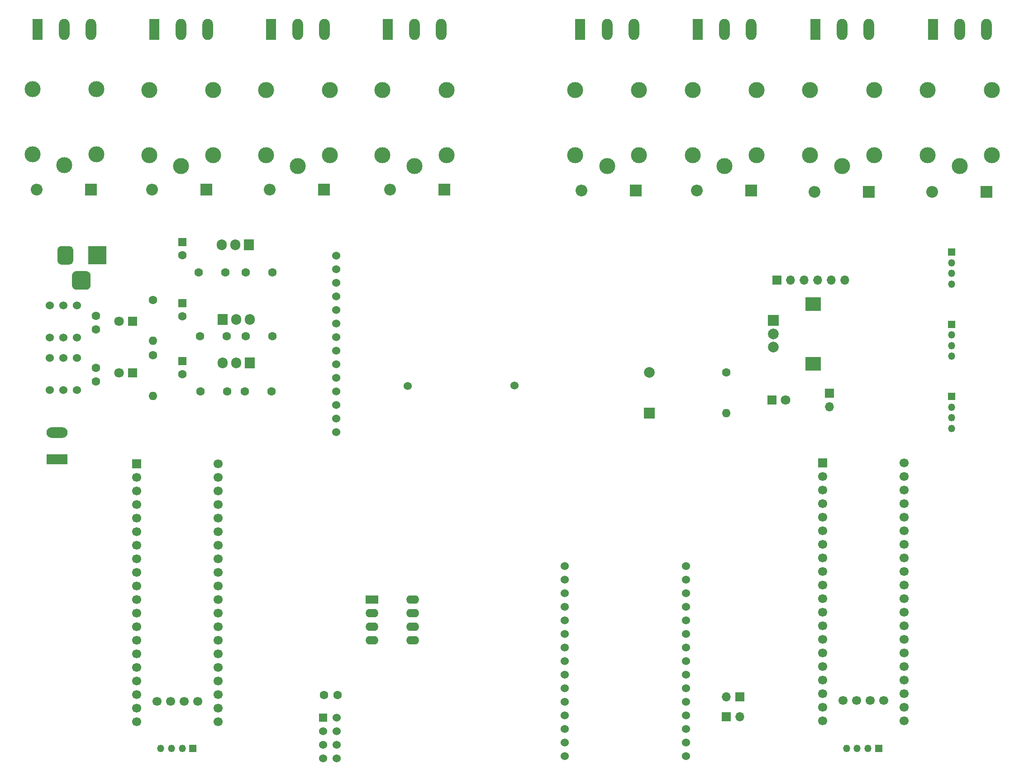
<source format=gbs>
G04 #@! TF.GenerationSoftware,KiCad,Pcbnew,(5.1.8)-1*
G04 #@! TF.CreationDate,2022-01-18T18:26:17+01:00*
G04 #@! TF.ProjectId,free_michelle_v1_0,66726565-5f6d-4696-9368-656c6c655f76,v1.0*
G04 #@! TF.SameCoordinates,Original*
G04 #@! TF.FileFunction,Soldermask,Bot*
G04 #@! TF.FilePolarity,Negative*
%FSLAX46Y46*%
G04 Gerber Fmt 4.6, Leading zero omitted, Abs format (unit mm)*
G04 Created by KiCad (PCBNEW (5.1.8)-1) date 2022-01-18 18:26:17*
%MOMM*%
%LPD*%
G01*
G04 APERTURE LIST*
%ADD10O,1.905000X2.000000*%
%ADD11R,1.905000X2.000000*%
%ADD12O,1.700000X1.700000*%
%ADD13R,1.700000X1.700000*%
%ADD14C,1.700000*%
%ADD15C,1.600000*%
%ADD16O,1.350000X1.350000*%
%ADD17R,1.350000X1.350000*%
%ADD18C,2.000000*%
%ADD19R,2.000000X2.000000*%
%ADD20R,1.600000X1.600000*%
%ADD21C,1.524000*%
%ADD22C,1.800000*%
%ADD23R,1.800000X1.800000*%
%ADD24O,2.200000X2.200000*%
%ADD25R,2.200000X2.200000*%
%ADD26O,1.980000X3.960000*%
%ADD27R,1.980000X3.960000*%
%ADD28O,3.960000X1.980000*%
%ADD29R,3.960000X1.980000*%
%ADD30R,3.500000X3.500000*%
%ADD31C,3.000000*%
%ADD32O,1.600000X1.600000*%
%ADD33R,3.000000X2.500000*%
%ADD34O,2.400000X1.600000*%
%ADD35R,2.400000X1.600000*%
%ADD36R,1.524000X1.524000*%
G04 APERTURE END LIST*
D10*
X62550000Y-84590000D03*
X65090000Y-84590000D03*
D11*
X67630000Y-84590000D03*
D10*
X62420000Y-62540000D03*
X64960000Y-62540000D03*
D11*
X67500000Y-62540000D03*
D12*
X179000000Y-69100000D03*
X176460000Y-69100000D03*
X173920000Y-69100000D03*
X171380000Y-69100000D03*
X168840000Y-69100000D03*
D13*
X166300000Y-69100000D03*
D14*
X50310000Y-147950000D03*
X52850000Y-147950000D03*
X55390000Y-147950000D03*
X57930000Y-147950000D03*
X61740000Y-103500000D03*
D13*
X46500000Y-103500000D03*
D14*
X61740000Y-106040000D03*
X46500000Y-106040000D03*
X61740000Y-108580000D03*
X46500000Y-108580000D03*
X61740000Y-111120000D03*
X46500000Y-111120000D03*
X61740000Y-113660000D03*
X46500000Y-113660000D03*
X61740000Y-116200000D03*
X46500000Y-116200000D03*
X61740000Y-118740000D03*
X46500000Y-118740000D03*
X61740000Y-121280000D03*
X46500000Y-121280000D03*
X61740000Y-123820000D03*
X46500000Y-123820000D03*
X61740000Y-126360000D03*
X46500000Y-126360000D03*
X61740000Y-128900000D03*
X46500000Y-128900000D03*
X61740000Y-131440000D03*
X46500000Y-131440000D03*
X61740000Y-133980000D03*
X46500000Y-133980000D03*
X61740000Y-136520000D03*
X46500000Y-136520000D03*
X61740000Y-139060000D03*
X46500000Y-139060000D03*
X61740000Y-141600000D03*
X46500000Y-141600000D03*
X61740000Y-144140000D03*
X46500000Y-144140000D03*
X61740000Y-146680000D03*
X46500000Y-146680000D03*
X61740000Y-149220000D03*
X46500000Y-149220000D03*
X61740000Y-151760000D03*
X46500000Y-151760000D03*
D15*
X38890000Y-78360000D03*
X38890000Y-75860000D03*
X38890000Y-88100000D03*
X38890000Y-85600000D03*
D16*
X199000000Y-69900000D03*
X199000000Y-67900000D03*
X199000000Y-65900000D03*
D17*
X199000000Y-63900000D03*
D16*
X199000000Y-83400000D03*
X199000000Y-81400000D03*
X199000000Y-79400000D03*
D17*
X199000000Y-77400000D03*
D18*
X142400000Y-86400000D03*
D19*
X142400000Y-94000000D03*
D15*
X81540000Y-146800000D03*
X84040000Y-146800000D03*
X55000000Y-64510000D03*
D20*
X55000000Y-62010000D03*
D15*
X58100000Y-67700000D03*
X63100000Y-67700000D03*
X55000000Y-75920000D03*
D20*
X55000000Y-73420000D03*
D15*
X71900000Y-67700000D03*
X66900000Y-67700000D03*
X58300000Y-79600000D03*
X63300000Y-79600000D03*
X55000000Y-86760000D03*
D20*
X55000000Y-84260000D03*
D15*
X58400000Y-90000000D03*
X63400000Y-90000000D03*
X71900000Y-79600000D03*
X66900000Y-79600000D03*
X71700000Y-90000000D03*
X66700000Y-90000000D03*
D21*
X117200000Y-88900000D03*
X97200000Y-88910000D03*
X83800000Y-97580000D03*
X83800000Y-95040000D03*
X83800000Y-92500000D03*
X83800000Y-89960000D03*
X83800000Y-87420000D03*
X83800000Y-84880000D03*
X83800000Y-82340000D03*
X83800000Y-79800000D03*
X83800000Y-77260000D03*
X83800000Y-74720000D03*
X83800000Y-72180000D03*
X83800000Y-69640000D03*
X83800000Y-67100000D03*
X83800000Y-64560000D03*
D22*
X167940000Y-91600000D03*
D23*
X165400000Y-91600000D03*
D24*
X129740000Y-52400000D03*
D25*
X139900000Y-52400000D03*
D24*
X27740000Y-52200000D03*
D25*
X37900000Y-52200000D03*
D24*
X151340000Y-52400000D03*
D25*
X161500000Y-52400000D03*
D24*
X49340000Y-52200000D03*
D25*
X59500000Y-52200000D03*
D24*
X173340000Y-52600000D03*
D25*
X183500000Y-52600000D03*
D24*
X71340000Y-52200000D03*
D25*
X81500000Y-52200000D03*
D24*
X195340000Y-52600000D03*
D25*
X205500000Y-52600000D03*
D24*
X93940000Y-52200000D03*
D25*
X104100000Y-52200000D03*
D22*
X43160000Y-76800000D03*
D23*
X45700000Y-76800000D03*
D22*
X43160000Y-86500000D03*
D23*
X45700000Y-86500000D03*
D14*
X178610000Y-147750000D03*
X181150000Y-147750000D03*
X183690000Y-147750000D03*
X186230000Y-147750000D03*
X190040000Y-103300000D03*
D13*
X174800000Y-103300000D03*
D14*
X190040000Y-105840000D03*
X174800000Y-105840000D03*
X190040000Y-108380000D03*
X174800000Y-108380000D03*
X190040000Y-110920000D03*
X174800000Y-110920000D03*
X190040000Y-113460000D03*
X174800000Y-113460000D03*
X190040000Y-116000000D03*
X174800000Y-116000000D03*
X190040000Y-118540000D03*
X174800000Y-118540000D03*
X190040000Y-121080000D03*
X174800000Y-121080000D03*
X190040000Y-123620000D03*
X174800000Y-123620000D03*
X190040000Y-126160000D03*
X174800000Y-126160000D03*
X190040000Y-128700000D03*
X174800000Y-128700000D03*
X190040000Y-131240000D03*
X174800000Y-131240000D03*
X190040000Y-133780000D03*
X174800000Y-133780000D03*
X190040000Y-136320000D03*
X174800000Y-136320000D03*
X190040000Y-138860000D03*
X174800000Y-138860000D03*
X190040000Y-141400000D03*
X174800000Y-141400000D03*
X190040000Y-143940000D03*
X174800000Y-143940000D03*
X190040000Y-146480000D03*
X174800000Y-146480000D03*
X190040000Y-149020000D03*
X174800000Y-149020000D03*
X190040000Y-151560000D03*
X174800000Y-151560000D03*
D12*
X159340000Y-150800000D03*
D13*
X156800000Y-150800000D03*
D12*
X156790000Y-147110000D03*
D13*
X159330000Y-147110000D03*
D16*
X51000000Y-156800000D03*
X53000000Y-156800000D03*
X55000000Y-156800000D03*
D17*
X57000000Y-156800000D03*
D26*
X139500000Y-22200000D03*
X134500000Y-22200000D03*
D27*
X129500000Y-22200000D03*
D26*
X37960000Y-22200000D03*
X32960000Y-22200000D03*
D27*
X27960000Y-22200000D03*
D26*
X161500000Y-22200000D03*
X156500000Y-22200000D03*
D27*
X151500000Y-22200000D03*
D26*
X59806666Y-22200000D03*
X54806666Y-22200000D03*
D27*
X49806666Y-22200000D03*
D16*
X179300000Y-156800000D03*
X181300000Y-156800000D03*
X183300000Y-156800000D03*
D17*
X185300000Y-156800000D03*
D16*
X199000000Y-96900000D03*
X199000000Y-94900000D03*
X199000000Y-92900000D03*
D17*
X199000000Y-90900000D03*
D26*
X183500000Y-22200000D03*
X178500000Y-22200000D03*
D27*
X173500000Y-22200000D03*
D26*
X81653332Y-22200000D03*
X76653332Y-22200000D03*
D27*
X71653332Y-22200000D03*
D12*
X176100000Y-92840000D03*
D13*
X176100000Y-90300000D03*
D26*
X205500000Y-22200000D03*
X200500000Y-22200000D03*
D27*
X195500000Y-22200000D03*
D26*
X103500000Y-22200000D03*
X98500000Y-22200000D03*
D27*
X93500000Y-22200000D03*
D28*
X31600000Y-97700000D03*
D29*
X31600000Y-102700000D03*
G36*
G01*
X34380000Y-70075000D02*
X34380000Y-68325000D01*
G75*
G02*
X35255000Y-67450000I875000J0D01*
G01*
X37005000Y-67450000D01*
G75*
G02*
X37880000Y-68325000I0J-875000D01*
G01*
X37880000Y-70075000D01*
G75*
G02*
X37005000Y-70950000I-875000J0D01*
G01*
X35255000Y-70950000D01*
G75*
G02*
X34380000Y-70075000I0J875000D01*
G01*
G37*
G36*
G01*
X31630000Y-65500000D02*
X31630000Y-63500000D01*
G75*
G02*
X32380000Y-62750000I750000J0D01*
G01*
X33880000Y-62750000D01*
G75*
G02*
X34630000Y-63500000I0J-750000D01*
G01*
X34630000Y-65500000D01*
G75*
G02*
X33880000Y-66250000I-750000J0D01*
G01*
X32380000Y-66250000D01*
G75*
G02*
X31630000Y-65500000I0J750000D01*
G01*
G37*
D30*
X39130000Y-64500000D03*
D31*
X134500000Y-47800000D03*
X128500000Y-45800000D03*
X128500000Y-33600000D03*
X140500000Y-33600000D03*
X140500000Y-45800000D03*
X32980000Y-47600000D03*
X26980000Y-45600000D03*
X26980000Y-33400000D03*
X38980000Y-33400000D03*
X38980000Y-45600000D03*
X156500000Y-47800000D03*
X150500000Y-45800000D03*
X150500000Y-33600000D03*
X162500000Y-33600000D03*
X162500000Y-45800000D03*
X60820000Y-45800000D03*
X60820000Y-33600000D03*
X48820000Y-33600000D03*
X48820000Y-45800000D03*
X54820000Y-47800000D03*
X178500000Y-47800000D03*
X172500000Y-45800000D03*
X172500000Y-33600000D03*
X184500000Y-33600000D03*
X184500000Y-45800000D03*
X82660000Y-45800000D03*
X82660000Y-33600000D03*
X70660000Y-33600000D03*
X70660000Y-45800000D03*
X76660000Y-47800000D03*
X200500000Y-47800000D03*
X194500000Y-45800000D03*
X194500000Y-33600000D03*
X206500000Y-33600000D03*
X206500000Y-45800000D03*
X98500000Y-47800000D03*
X92500000Y-45800000D03*
X92500000Y-33600000D03*
X104500000Y-33600000D03*
X104500000Y-45800000D03*
D32*
X156820000Y-94020000D03*
D15*
X156820000Y-86400000D03*
D32*
X49500000Y-80520000D03*
D15*
X49500000Y-72900000D03*
D32*
X49500000Y-90820000D03*
D15*
X49500000Y-83200000D03*
D19*
X165600000Y-76700000D03*
D18*
X165600000Y-79200000D03*
X165600000Y-81700000D03*
D33*
X173100000Y-73600000D03*
X173100000Y-84800000D03*
D21*
X35300000Y-79900000D03*
X35300000Y-73900000D03*
X32800000Y-79900000D03*
X32800000Y-73900000D03*
X30200000Y-79900000D03*
X30200000Y-73900000D03*
X35300000Y-89700000D03*
X35300000Y-83700000D03*
X32800000Y-89700000D03*
X32800000Y-83700000D03*
X30200000Y-89700000D03*
X30200000Y-83700000D03*
D34*
X98120000Y-128900000D03*
X90500000Y-136520000D03*
X98120000Y-131440000D03*
X90500000Y-133980000D03*
X98120000Y-133980000D03*
X90500000Y-131440000D03*
X98120000Y-136520000D03*
D35*
X90500000Y-128900000D03*
D21*
X149280000Y-158205000D03*
X149280000Y-155665000D03*
X149280000Y-153125000D03*
X149280000Y-150585000D03*
X149280000Y-148045000D03*
X149280000Y-145505000D03*
X149280000Y-142965000D03*
X149280000Y-140425000D03*
X149280000Y-137885000D03*
X149280000Y-135345000D03*
X149280000Y-132805000D03*
X149280000Y-130265000D03*
X149280000Y-127725000D03*
X149280000Y-125185000D03*
X149280000Y-122645000D03*
X126620000Y-158205000D03*
X126620000Y-155665000D03*
X126620000Y-153125000D03*
X126620000Y-150585000D03*
X126620000Y-148045000D03*
X126620000Y-145505000D03*
X126620000Y-142965000D03*
X126620000Y-140425000D03*
X126620000Y-137885000D03*
X126620000Y-135345000D03*
X126620000Y-132805000D03*
X126620000Y-130265000D03*
X126620000Y-127725000D03*
X126620000Y-125185000D03*
X126620000Y-122645000D03*
X83940000Y-158620000D03*
X81400000Y-158620000D03*
X83940000Y-156080000D03*
X81400000Y-156080000D03*
X83940000Y-153540000D03*
X81400000Y-153540000D03*
X83940000Y-151000000D03*
D36*
X81400000Y-151000000D03*
D10*
X67680000Y-76500000D03*
X65140000Y-76500000D03*
D11*
X62600000Y-76500000D03*
M02*

</source>
